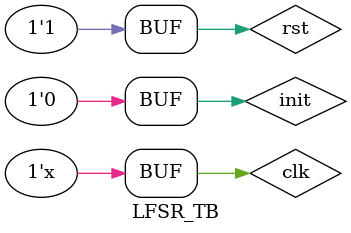
<source format=sv>
`timescale 1ns/1ns
module MUX21(input a,b,s,e, output w);
	wire ns,j;
	not #(7,9) N1(ns,s);
	notif1 #(14,18,16) N2(j,a,ns);
	notif1 #(14,18,16) N3(j,b,s);
	notif1 #(14,18,16) N4(w,j,e);
endmodule

module Dlatch(input D,clk,en, output w);
	MUX21 M1(w,D,clk,en, w);
endmodule

module DFF(input D,R,clk, output Q);
	wire i,j,k,l,m;
	not #(7,9) N1(i,R);
	nand #(14,10) Na1(j,D,i);
	not #(7,9) N2(k,j);
	not #(7,9) N3(l,clk);
	Dlatch D1(k,l,1'b1, m);
	Dlatch D2(m,clk,1'b1, Q);
endmodule

module LFSR(input init,rst,clk, output [7:0] PO);
	wire [7:0] i;
	wire j,k,l,m;

	or O1(internalReset,rst,init);
	or O2(m,i[7],init);
	xor X5(j,i[5],i[7]);
	xor X4(k,i[4],i[7]);
	xor X1(l,i[1],i[7]);

	DFF D7(m,rst,clk, i[6]);
	DFF D6(i[6],internalReset,clk, i[5]);
	DFF D5(j,internalReset,clk, i[4]);
	DFF D4(k,internalReset,clk, i[3]);
	DFF D3(i[3],internalReset,clk, i[2]);
	DFF D2(i[2],internalReset,clk, i[1]);
	DFF D1(l,internalReset,clk, i[0]);
	DFF D0(i[0],internalReset,clk, i[7]);

	assign PO[7] = i[6];
	assign PO[6] = i[5];
	assign PO[5] = i[4];
	assign PO[4] = i[3];
	assign PO[3] = i[2];
	assign PO[2] = i[1];
	assign PO[1] = i[0];
	assign PO[0] = i[7];
endmodule

module LFSR_TB();
	reg init = 0;
	reg clk = 0;
	reg rst = 1;
	wire [7:0] w;
	LFSR L1(init,rst,clk, w);
	initial begin
		#750 rst = ~rst;
		#150 init = ~init;
		#800 init = ~init;
	end
	always #500 clk = ~clk;
endmodule




</source>
